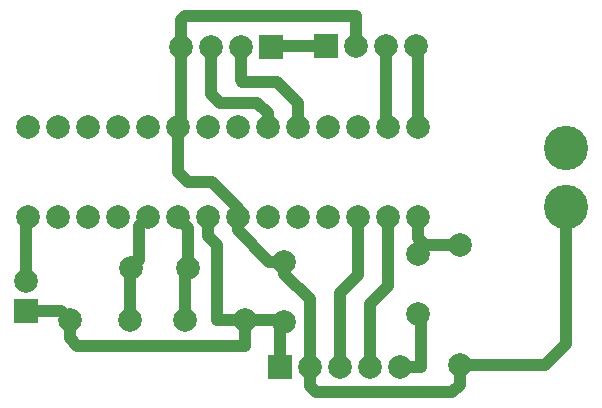
<source format=gbl>
G04*
G04 #@! TF.GenerationSoftware,Altium Limited,Altium Designer,18.0.7 (293)*
G04*
G04 Layer_Physical_Order=2*
G04 Layer_Color=16711680*
%FSLAX44Y44*%
%MOMM*%
G71*
G01*
G75*
%ADD10C,1.0000*%
%ADD11C,2.0000*%
%ADD12R,2.0000X2.0000*%
%ADD13C,3.7500*%
%ADD14R,2.0000X2.0000*%
D10*
X61587Y72390D02*
X55237Y78740D01*
X203827Y72390D02*
X61587D01*
X203827D02*
Y93980D01*
X349877Y257810D02*
Y325120D01*
X348607Y326390D01*
X475607Y73660D02*
Y189630D01*
Y73660D02*
X457827Y55880D01*
X385437D01*
Y39370D02*
Y55880D01*
Y39370D02*
X379087Y33020D01*
X263517D01*
X258437Y38100D01*
Y54610D01*
X200017Y297180D02*
Y325120D01*
X201287Y295910D02*
X200017Y297180D01*
X230497Y295910D02*
X201287D01*
X248277Y278130D02*
X230497Y295910D01*
X248277Y257810D02*
Y278130D01*
X174617Y285750D02*
Y325120D01*
X182237Y278130D02*
X174617Y285750D01*
X213987Y278130D02*
X182237D01*
X222877Y269240D02*
X213987Y278130D01*
X222877Y257810D02*
Y269240D01*
X149217Y260350D02*
X146677Y257810D01*
X149217Y260350D02*
Y325120D01*
Y347980D01*
X153027Y351790D02*
X149217Y347980D01*
X297807Y351790D02*
X153027D01*
X297807Y326390D02*
Y351790D01*
X226687Y326390D02*
X225417Y325120D01*
X272407Y326390D02*
X226687D01*
X323207Y259080D02*
Y326390D01*
X324477Y257810D02*
X323207Y259080D01*
X19677Y181610D02*
X18407Y180340D01*
Y127000D02*
Y180340D01*
X55237Y93980D02*
X47617Y101600D01*
X18407D01*
X299077Y132080D02*
Y181610D01*
Y132080D02*
X283837Y116840D01*
Y54610D02*
Y116840D01*
X324477Y123190D02*
Y181610D01*
Y123190D02*
X309237Y107950D01*
Y54610D02*
Y107950D01*
X352417Y96520D02*
X349877Y99060D01*
X352417Y54610D02*
Y96520D01*
Y54610D02*
X334637D01*
X236847Y133350D02*
Y143510D01*
X258437Y111760D02*
X236847Y133350D01*
X258437Y54610D02*
Y111760D01*
X236847Y92710D02*
X233037Y88900D01*
Y54610D02*
Y88900D01*
X146677Y219710D02*
Y257810D01*
X155567Y210820D02*
X146677Y219710D01*
X175887Y210820D02*
X155567D01*
X197477Y189230D02*
X175887Y210820D01*
X197477Y181610D02*
Y189230D01*
Y170180D02*
Y181610D01*
X224147Y143510D02*
X197477Y170180D01*
X236847Y143510D02*
X224147D01*
X236847Y92710D02*
X235577Y93980D01*
X203827D01*
X349877Y163830D02*
Y181610D01*
X356227Y157480D02*
X349877Y163830D01*
X385437Y157480D02*
X356227D01*
X172077Y165100D02*
Y181610D01*
X179697Y157480D02*
X172077Y165100D01*
X179697Y93980D02*
Y157480D01*
X203827Y93980D02*
X179697D01*
X55237Y78740D02*
Y93980D01*
X107037Y138430D02*
X106037Y137430D01*
Y93980D02*
Y137430D01*
X155837Y138430D02*
X153027Y135620D01*
Y93980D02*
Y135620D01*
X121277Y181610D02*
X113657Y173990D01*
Y145050D02*
Y173990D01*
Y145050D02*
X107037Y138430D01*
X155837Y172450D02*
X146677Y181610D01*
X155837Y138430D02*
Y172450D01*
D11*
X349877Y257810D02*
D03*
X324477D02*
D03*
X299077D02*
D03*
X273677D02*
D03*
X248277D02*
D03*
X222877D02*
D03*
X197477D02*
D03*
X172077D02*
D03*
X146677D02*
D03*
X121277D02*
D03*
X95877D02*
D03*
X70477D02*
D03*
X45077D02*
D03*
X19677D02*
D03*
Y181610D02*
D03*
X45077D02*
D03*
X70477D02*
D03*
X95877D02*
D03*
X121277D02*
D03*
X146677D02*
D03*
X172077D02*
D03*
X197477D02*
D03*
X222877D02*
D03*
X248277D02*
D03*
X273677D02*
D03*
X299077D02*
D03*
X324477D02*
D03*
X349877D02*
D03*
X155837Y138430D02*
D03*
X107037D02*
D03*
X385437Y55880D02*
D03*
Y157480D02*
D03*
X349877Y99060D02*
D03*
Y149860D02*
D03*
X55237Y93980D02*
D03*
X106037D02*
D03*
X203827D02*
D03*
X153027D02*
D03*
X297807Y326390D02*
D03*
X323207D02*
D03*
X348607D02*
D03*
X334637Y54610D02*
D03*
X309237D02*
D03*
X283837D02*
D03*
X258437D02*
D03*
X236847Y92710D02*
D03*
Y143510D02*
D03*
X18407Y127000D02*
D03*
X200017Y325120D02*
D03*
X174617D02*
D03*
X149217D02*
D03*
D12*
X272407Y326390D02*
D03*
X233037Y54610D02*
D03*
X225417Y325120D02*
D03*
D13*
X475607Y189630D02*
D03*
Y239630D02*
D03*
D14*
X18407Y101600D02*
D03*
M02*

</source>
